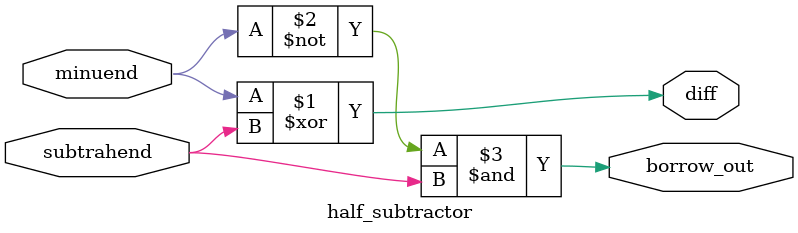
<source format=v>
module half_subtractor (input minuend, 
		   	input subtrahend,
		   	output wire diff,
		   	output wire borrow_out);

		assign diff = minuend ^ subtrahend;
		
		assign borrow_out = ~minuend & subtrahend;

endmodule

</source>
